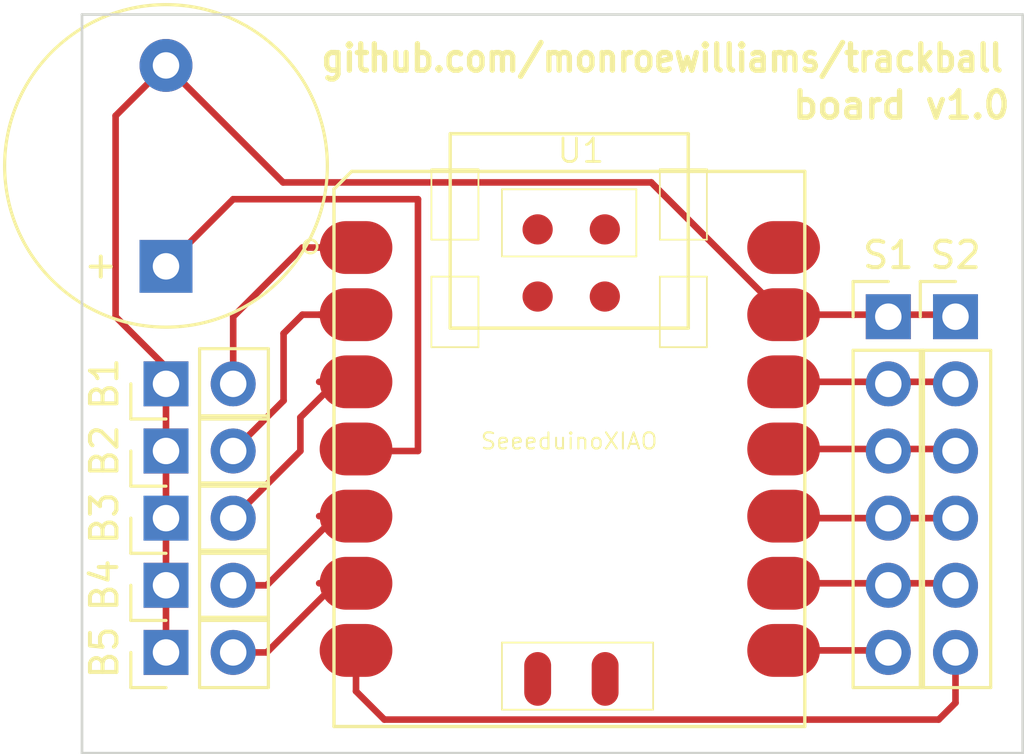
<source format=kicad_pcb>
(kicad_pcb (version 20171130) (host pcbnew "(5.1.9-0-10_14)")
  (layers (0 F.Cu signal) (31 B.Cu signal) (34 B.Paste user) (35 F.Paste user) (36 B.SilkS user) (37 F.SilkS user) (38 B.Mask user) (39 F.Mask user) (44 Edge.Cuts user))
  (net 0 "")
  (net 1 GND)
  (net 2 "Net-(LS1-Pad1)")
  (net 3 "Net-(U1-Pad14)")
  (net 4 "Net-(U1-Pad15)")
  (net 5 "Net-(U1-Pad16)")
  (net 6 "Net-(U1-Pad17)")
  (net 7 "Net-(U1-Pad18)")
  (net 8 "Net-(U1-Pad19)")
  (net 9 "Net-(U1-Pad20)")
  (net 10 "Net-(S1-Pad6)")
  (net 11 "Net-(S1-Pad5)")
  (net 12 "Net-(S1-Pad4)")
  (net 13 "Net-(S1-Pad3)")
  (net 14 "Net-(S1-Pad2)")
  (net 15 "Net-(S2-Pad6)")
  (net 16 "Net-(B1-Pad2)")
  (net 17 "Net-(B2-Pad2)")
  (net 18 "Net-(B3-Pad2)")
  (net 19 "Net-(B4-Pad2)")
  (net 20 "Net-(B5-Pad2)")
  (module Buzzer_Beeper:Buzzer_12x9.5RM7.6 (layer F.Cu) (at 110.49 73.66 90)
    (fp_text reference LS1 hide)
    (fp_text value Piezo)
    (fp_circle (center 3.8 0) (end 9.9 0) (layer F.SilkS) (width 0.12))
    (fp_text user + (at -0.01 -2.54 90) (layer F.SilkS))
    (pad 1 thru_hole rect (at 0 0 90) (size 2 2) (drill 1) (layers *.Cu *.Mask) (net 2 "Net-(LS1-Pad1)"))
    (pad 2 thru_hole circle (at 7.6 0 90) (size 2 2) (drill 1) (layers *.Cu *.Mask) (net 1 GND))
  )
  (module "Seeeduino XIAO KICAD:Seeeduino XIAO-MOUDLE14P-2.54-21X17.8MM" (layer F.Cu) (at 116.84 91.066621)
    (fp_text reference U1 (at 9.3345 -21.7805) (layer F.SilkS) (effects (font (size 0.889 0.889) (thickness 0.1016))))
    (fp_text value SeeeduinoXIAO (at 8.89 -10.795) (layer F.SilkS) (effects (font (size 0.6096 0.6096) (thickness 0.0762))))
    (fp_line (start 6.35 -17.78) (end 11.43 -17.78) (layer F.SilkS) (width 0.06604))
    (fp_line (start 11.43 -17.78) (end 11.43 -20.32) (layer F.SilkS) (width 0.06604))
    (fp_line (start 6.35 -20.32) (end 11.43 -20.32) (layer F.SilkS) (width 0.06604))
    (fp_line (start 6.35 -17.78) (end 6.35 -20.32) (layer F.SilkS) (width 0.06604))
    (fp_line (start 6.35 -0.635) (end 12.065 -0.635) (layer F.SilkS) (width 0.06604))
    (fp_line (start 12.065 -0.635) (end 12.065 -3.175) (layer F.SilkS) (width 0.06604))
    (fp_line (start 6.35 -3.175) (end 12.065 -3.175) (layer F.SilkS) (width 0.06604))
    (fp_line (start 6.35 -0.635) (end 6.35 -3.175) (layer F.SilkS) (width 0.06604))
    (fp_line (start 3.683 -18.415) (end 5.461 -18.415) (layer F.SilkS) (width 0.06604))
    (fp_line (start 5.461 -18.415) (end 5.461 -21.082) (layer F.SilkS) (width 0.06604))
    (fp_line (start 3.683 -21.082) (end 5.461 -21.082) (layer F.SilkS) (width 0.06604))
    (fp_line (start 3.683 -18.415) (end 3.683 -21.082) (layer F.SilkS) (width 0.06604))
    (fp_line (start 3.683 -14.34846) (end 5.461 -14.34846) (layer F.SilkS) (width 0.06604))
    (fp_line (start 5.461 -14.34846) (end 5.461 -17.018) (layer F.SilkS) (width 0.06604))
    (fp_line (start 3.683 -17.018) (end 5.461 -17.018) (layer F.SilkS) (width 0.06604))
    (fp_line (start 3.683 -14.34846) (end 3.683 -17.018) (layer F.SilkS) (width 0.06604))
    (fp_line (start 12.319 -14.34846) (end 14.097 -14.34846) (layer F.SilkS) (width 0.06604))
    (fp_line (start 14.097 -14.34846) (end 14.097 -17.018) (layer F.SilkS) (width 0.06604))
    (fp_line (start 12.319 -17.018) (end 14.097 -17.018) (layer F.SilkS) (width 0.06604))
    (fp_line (start 12.319 -14.34846) (end 12.319 -17.018) (layer F.SilkS) (width 0.06604))
    (fp_line (start 12.319 -18.415) (end 14.097 -18.415) (layer F.SilkS) (width 0.06604))
    (fp_line (start 14.097 -18.415) (end 14.097 -21.082) (layer F.SilkS) (width 0.06604))
    (fp_line (start 12.319 -21.082) (end 14.097 -21.082) (layer F.SilkS) (width 0.06604))
    (fp_line (start 12.319 -18.415) (end 12.319 -21.082) (layer F.SilkS) (width 0.06604))
    (fp_line (start 0 0) (end 17.79778 0) (layer F.SilkS) (width 0.127))
    (fp_line (start 17.79778 0) (end 17.79778 -20.99818) (layer F.SilkS) (width 0.127))
    (fp_line (start 17.79778 -20.99818) (end 0.67056 -20.99818) (layer F.SilkS) (width 0.127))
    (fp_line (start 0.67056 -20.99818) (end 0 -20.32762) (layer F.SilkS) (width 0.127))
    (fp_line (start 0 -20.32762) (end 0 0) (layer F.SilkS) (width 0.127))
    (fp_line (start 4.39928 -22.42312) (end 13.39342 -22.42312) (layer F.SilkS) (width 0.127))
    (fp_line (start 13.39342 -22.42312) (end 13.39342 -15.06982) (layer F.SilkS) (width 0.127))
    (fp_line (start 13.39342 -15.06982) (end 4.3942 -15.06982) (layer F.SilkS) (width 0.127))
    (fp_line (start 4.3942 -15.06982) (end 4.3942 -22.42312) (layer F.SilkS) (width 0.127))
    (fp_circle (center -0.889 -18.161) (end -0.889 -18.415) (layer F.SilkS) (width 0.1))
    (pad 14 smd oval (at 16.99768 -18.11782) (size 2.74828 1.99898) (layers F.Cu F.Paste F.Mask) (net 3 "Net-(U1-Pad14)"))
    (pad 13 smd oval (at 16.99768 -15.57782) (size 2.74828 1.99898) (layers F.Cu F.Paste F.Mask) (net 1 GND))
    (pad 12 smd oval (at 16.99768 -13.03782) (size 2.74828 1.99898) (layers F.Cu F.Paste F.Mask) (net 14 "Net-(S1-Pad2)"))
    (pad 11 smd oval (at 16.99768 -10.49782) (size 2.74828 1.99898) (layers F.Cu F.Paste F.Mask) (net 13 "Net-(S1-Pad3)"))
    (pad 10 smd oval (at 16.99768 -7.95782) (size 2.74828 1.99898) (layers F.Cu F.Paste F.Mask) (net 12 "Net-(S1-Pad4)"))
    (pad 9 smd oval (at 16.99768 -5.41782) (size 2.74828 1.99898) (layers F.Cu F.Paste F.Mask) (net 11 "Net-(S1-Pad5)"))
    (pad 8 smd oval (at 16.99768 -2.87782) (size 2.74828 1.99898) (layers F.Cu F.Paste F.Mask) (net 10 "Net-(S1-Pad6)"))
    (pad 7 smd oval (at 0.83312 -2.87782) (size 2.74828 1.99898) (layers F.Cu F.Paste F.Mask) (net 15 "Net-(S2-Pad6)"))
    (pad 6 smd oval (at 0.83312 -5.41782) (size 2.74828 1.99898) (layers F.Cu F.Paste F.Mask) (net 20 "Net-(B5-Pad2)"))
    (pad 5 smd oval (at 0.83312 -7.95782) (size 2.74828 1.99898) (layers F.Cu F.Paste F.Mask) (net 19 "Net-(B4-Pad2)"))
    (pad 4 smd oval (at 0.83312 -10.49782) (size 2.74828 1.99898) (layers F.Cu F.Paste F.Mask) (net 2 "Net-(LS1-Pad1)"))
    (pad 3 smd oval (at 0.83312 -13.03782) (size 2.74828 1.99898) (layers F.Cu F.Paste F.Mask) (net 18 "Net-(B3-Pad2)"))
    (pad 2 smd oval (at 0.83312 -15.57782) (size 2.74828 1.99898) (layers F.Cu F.Paste F.Mask) (net 17 "Net-(B2-Pad2)"))
    (pad 1 smd oval (at 0.83312 -18.11782) (size 2.74828 1.99898) (layers F.Cu F.Paste F.Mask) (net 16 "Net-(B1-Pad2)"))
    (pad 15 smd oval (at 7.7 -1.8 90) (size 2.032 1.016) (layers F.Cu F.Paste F.Mask) (net 4 "Net-(U1-Pad15)"))
    (pad 16 smd oval (at 10.25 -1.8 90) (size 2.032 1.016) (layers F.Cu F.Paste F.Mask) (net 5 "Net-(U1-Pad16)"))
    (pad 17 smd circle (at 7.698803 -18.804187 90) (size 1.143 1.143) (layers F.Cu F.Paste F.Mask) (net 6 "Net-(U1-Pad17)"))
    (pad 18 smd circle (at 10.238803 -18.804187 90) (size 1.143 1.143) (layers F.Cu F.Paste F.Mask) (net 7 "Net-(U1-Pad18)"))
    (pad 19 smd circle (at 7.698803 -16.264187 90) (size 1.143 1.143) (layers F.Cu F.Paste F.Mask) (net 8 "Net-(U1-Pad19)"))
    (pad 20 smd circle (at 10.238803 -16.264187 90) (size 1.143 1.143) (layers F.Cu F.Paste F.Mask) (net 9 "Net-(U1-Pad20)"))
  )
  (module Connector_PinHeader_2.54mm:PinHeader_1x06_P2.54mm_Vertical (layer F.Cu) (at 137.795 75.565)
    (fp_text reference S1 (at 0 -2.33) (layer F.SilkS))
    (fp_text value Conn_01x06 hide)
    (fp_line (start -1.33 14.03) (end 1.33 14.03) (layer F.SilkS) (width 0.12))
    (fp_line (start -1.33 1.27) (end -1.33 14.03) (layer F.SilkS) (width 0.12))
    (fp_line (start 1.33 1.27) (end 1.33 14.03) (layer F.SilkS) (width 0.12))
    (fp_line (start -1.33 1.27) (end 1.33 1.27) (layer F.SilkS) (width 0.12))
    (fp_line (start -1.33 0) (end -1.33 -1.33) (layer F.SilkS) (width 0.12))
    (fp_line (start -1.33 -1.33) (end 0 -1.33) (layer F.SilkS) (width 0.12))
    (pad 6 thru_hole oval (at 0 12.7) (size 1.7 1.7) (drill 1) (layers *.Cu *.Mask) (net 10 "Net-(S1-Pad6)"))
    (pad 5 thru_hole oval (at 0 10.16) (size 1.7 1.7) (drill 1) (layers *.Cu *.Mask) (net 11 "Net-(S1-Pad5)"))
    (pad 4 thru_hole oval (at 0 7.62) (size 1.7 1.7) (drill 1) (layers *.Cu *.Mask) (net 12 "Net-(S1-Pad4)"))
    (pad 3 thru_hole oval (at 0 5.08) (size 1.7 1.7) (drill 1) (layers *.Cu *.Mask) (net 13 "Net-(S1-Pad3)"))
    (pad 2 thru_hole oval (at 0 2.54) (size 1.7 1.7) (drill 1) (layers *.Cu *.Mask) (net 14 "Net-(S1-Pad2)"))
    (pad 1 thru_hole rect (at 0 0) (size 1.7 1.7) (drill 1) (layers *.Cu *.Mask) (net 1 GND))
  )
  (module Connector_PinHeader_2.54mm:PinHeader_1x02_P2.54mm_Vertical (layer F.Cu) (at 110.49 78.105 90)
    (fp_text reference B1 (at 0 -2.33 270) (layer F.SilkS))
    (fp_text value Conn_01x02 hide)
    (fp_line (start -1.33 -1.33) (end 0 -1.33) (layer F.SilkS) (width 0.12))
    (fp_line (start -1.33 0) (end -1.33 -1.33) (layer F.SilkS) (width 0.12))
    (fp_line (start -1.33 1.27) (end 1.33 1.27) (layer F.SilkS) (width 0.12))
    (fp_line (start 1.33 1.27) (end 1.33 3.87) (layer F.SilkS) (width 0.12))
    (fp_line (start -1.33 1.27) (end -1.33 3.87) (layer F.SilkS) (width 0.12))
    (fp_line (start -1.33 3.87) (end 1.33 3.87) (layer F.SilkS) (width 0.12))
    (pad 1 thru_hole rect (at 0 0 90) (size 1.7 1.7) (drill 1) (layers *.Cu *.Mask) (net 1 GND))
    (pad 2 thru_hole oval (at 0 2.54 90) (size 1.7 1.7) (drill 1) (layers *.Cu *.Mask) (net 16 "Net-(B1-Pad2)"))
  )
  (module Connector_PinHeader_2.54mm:PinHeader_1x02_P2.54mm_Vertical (layer F.Cu) (at 110.49 80.645 90)
    (fp_text reference B2 (at 0 -2.33 90) (layer F.SilkS))
    (fp_text value Conn_01x02 hide)
    (fp_line (start -1.33 3.87) (end 1.33 3.87) (layer F.SilkS) (width 0.12))
    (fp_line (start -1.33 1.27) (end -1.33 3.87) (layer F.SilkS) (width 0.12))
    (fp_line (start 1.33 1.27) (end 1.33 3.87) (layer F.SilkS) (width 0.12))
    (fp_line (start -1.33 1.27) (end 1.33 1.27) (layer F.SilkS) (width 0.12))
    (fp_line (start -1.33 0) (end -1.33 -1.33) (layer F.SilkS) (width 0.12))
    (fp_line (start -1.33 -1.33) (end 0 -1.33) (layer F.SilkS) (width 0.12))
    (pad 2 thru_hole oval (at 0 2.54 90) (size 1.7 1.7) (drill 1) (layers *.Cu *.Mask) (net 17 "Net-(B2-Pad2)"))
    (pad 1 thru_hole rect (at 0 0 90) (size 1.7 1.7) (drill 1) (layers *.Cu *.Mask) (net 1 GND))
  )
  (module Connector_PinHeader_2.54mm:PinHeader_1x02_P2.54mm_Vertical (layer F.Cu) (at 110.49 83.185 90)
    (fp_text reference B3 (at 0 -2.33 90) (layer F.SilkS))
    (fp_text value Conn_01x02 hide)
    (fp_line (start -1.33 -1.33) (end 0 -1.33) (layer F.SilkS) (width 0.12))
    (fp_line (start -1.33 0) (end -1.33 -1.33) (layer F.SilkS) (width 0.12))
    (fp_line (start -1.33 1.27) (end 1.33 1.27) (layer F.SilkS) (width 0.12))
    (fp_line (start 1.33 1.27) (end 1.33 3.87) (layer F.SilkS) (width 0.12))
    (fp_line (start -1.33 1.27) (end -1.33 3.87) (layer F.SilkS) (width 0.12))
    (fp_line (start -1.33 3.87) (end 1.33 3.87) (layer F.SilkS) (width 0.12))
    (pad 1 thru_hole rect (at 0 0 90) (size 1.7 1.7) (drill 1) (layers *.Cu *.Mask) (net 1 GND))
    (pad 2 thru_hole oval (at 0 2.54 90) (size 1.7 1.7) (drill 1) (layers *.Cu *.Mask) (net 18 "Net-(B3-Pad2)"))
  )
  (module Connector_PinHeader_2.54mm:PinHeader_1x02_P2.54mm_Vertical (layer F.Cu) (at 110.49 85.725 90)
    (fp_text reference B4 (at 0 -2.33 90) (layer F.SilkS))
    (fp_text value Conn_01x02 hide)
    (fp_line (start -1.33 3.87) (end 1.33 3.87) (layer F.SilkS) (width 0.12))
    (fp_line (start -1.33 1.27) (end -1.33 3.87) (layer F.SilkS) (width 0.12))
    (fp_line (start 1.33 1.27) (end 1.33 3.87) (layer F.SilkS) (width 0.12))
    (fp_line (start -1.33 1.27) (end 1.33 1.27) (layer F.SilkS) (width 0.12))
    (fp_line (start -1.33 0) (end -1.33 -1.33) (layer F.SilkS) (width 0.12))
    (fp_line (start -1.33 -1.33) (end 0 -1.33) (layer F.SilkS) (width 0.12))
    (pad 2 thru_hole oval (at 0 2.54 90) (size 1.7 1.7) (drill 1) (layers *.Cu *.Mask) (net 19 "Net-(B4-Pad2)"))
    (pad 1 thru_hole rect (at 0 0 90) (size 1.7 1.7) (drill 1) (layers *.Cu *.Mask) (net 1 GND))
  )
  (module Connector_PinHeader_2.54mm:PinHeader_1x02_P2.54mm_Vertical (layer F.Cu) (at 110.49 88.265 90)
    (fp_text reference B5 (at 0 -2.33 90) (layer F.SilkS))
    (fp_text value Conn_01x02 hide)
    (fp_line (start -1.33 -1.33) (end 0 -1.33) (layer F.SilkS) (width 0.12))
    (fp_line (start -1.33 0) (end -1.33 -1.33) (layer F.SilkS) (width 0.12))
    (fp_line (start -1.33 1.27) (end 1.33 1.27) (layer F.SilkS) (width 0.12))
    (fp_line (start 1.33 1.27) (end 1.33 3.87) (layer F.SilkS) (width 0.12))
    (fp_line (start -1.33 1.27) (end -1.33 3.87) (layer F.SilkS) (width 0.12))
    (fp_line (start -1.33 3.87) (end 1.33 3.87) (layer F.SilkS) (width 0.12))
    (pad 1 thru_hole rect (at 0 0 90) (size 1.7 1.7) (drill 1) (layers *.Cu *.Mask) (net 1 GND))
    (pad 2 thru_hole oval (at 0 2.54 90) (size 1.7 1.7) (drill 1) (layers *.Cu *.Mask) (net 20 "Net-(B5-Pad2)"))
  )
  (module Connector_PinHeader_2.54mm:PinHeader_1x06_P2.54mm_Vertical (layer F.Cu) (at 140.335 75.565)
    (fp_text reference S2 (at 0 -2.33) (layer F.SilkS))
    (fp_text value Conn_01x06 hide)
    (fp_line (start -1.33 -1.33) (end 0 -1.33) (layer F.SilkS) (width 0.12))
    (fp_line (start -1.33 0) (end -1.33 -1.33) (layer F.SilkS) (width 0.12))
    (fp_line (start -1.33 1.27) (end 1.33 1.27) (layer F.SilkS) (width 0.12))
    (fp_line (start 1.33 1.27) (end 1.33 14.03) (layer F.SilkS) (width 0.12))
    (fp_line (start -1.33 1.27) (end -1.33 14.03) (layer F.SilkS) (width 0.12))
    (fp_line (start -1.33 14.03) (end 1.33 14.03) (layer F.SilkS) (width 0.12))
    (pad 1 thru_hole rect (at 0 0) (size 1.7 1.7) (drill 1) (layers *.Cu *.Mask) (net 1 GND))
    (pad 2 thru_hole oval (at 0 2.54) (size 1.7 1.7) (drill 1) (layers *.Cu *.Mask) (net 14 "Net-(S1-Pad2)"))
    (pad 3 thru_hole oval (at 0 5.08) (size 1.7 1.7) (drill 1) (layers *.Cu *.Mask) (net 13 "Net-(S1-Pad3)"))
    (pad 4 thru_hole oval (at 0 7.62) (size 1.7 1.7) (drill 1) (layers *.Cu *.Mask) (net 12 "Net-(S1-Pad4)"))
    (pad 5 thru_hole oval (at 0 10.16) (size 1.7 1.7) (drill 1) (layers *.Cu *.Mask) (net 11 "Net-(S1-Pad5)"))
    (pad 6 thru_hole oval (at 0 12.7) (size 1.7 1.7) (drill 1) (layers *.Cu *.Mask) (net 15 "Net-(S2-Pad6)"))
  )
  (gr_text "board v1.0" (at 142.494 67.564) (layer F.SilkS) (effects (font (size 1 1) (thickness 0.2)) (justify right)))
  (gr_text github.com/monroewilliams/trackball (at 142.24 65.786) (layer F.SilkS) (effects (font (size 1 0.9) (thickness 0.2)) (justify right)))
  (gr_line (start 142.875 64.135) (end 142.875 92.075) (layer Edge.Cuts) (width 0.1))
  (gr_line (start 107.315 64.135) (end 142.875 64.135) (layer Edge.Cuts) (width 0.1))
  (gr_line (start 107.315 92.075) (end 107.315 64.135) (layer Edge.Cuts) (width 0.1))
  (gr_line (start 142.875 92.075) (end 107.315 92.075) (layer Edge.Cuts) (width 0.1))
  (segment (start 140.258801 75.488801) (end 140.335 75.565) (width 0.25) (layer F.Cu) (net 1))
  (segment (start 133.83768 75.488801) (end 140.258801 75.488801) (width 0.25) (layer F.Cu) (net 1))
  (segment (start 110.49 88.265) (end 110.49 78.105) (width 0.25) (layer F.Cu) (net 1))
  (segment (start 128.833879 70.485) (end 133.83768 75.488801) (width 0.25) (layer F.Cu) (net 1))
  (segment (start 114.915 70.485) (end 128.833879 70.485) (width 0.25) (layer F.Cu) (net 1))
  (segment (start 110.49 66.06) (end 114.915 70.485) (width 0.25) (layer F.Cu) (net 1))
  (segment (start 110.49 78.105) (end 110.49 77.47) (width 0.25) (layer F.Cu) (net 1))
  (segment (start 110.49 77.47) (end 108.585 75.565) (width 0.25) (layer F.Cu) (net 1))
  (segment (start 108.585 67.965) (end 110.49 66.06) (width 0.25) (layer F.Cu) (net 1))
  (segment (start 108.585 75.565) (end 108.585 67.965) (width 0.25) (layer F.Cu) (net 1))
  (segment (start 110.49 73.66) (end 113.03 71.12) (width 0.25) (layer F.Cu) (net 2))
  (segment (start 113.03 71.12) (end 120.015 71.12) (width 0.25) (layer F.Cu) (net 2))
  (segment (start 120.015 71.12) (end 120.015 80.645) (width 0.25) (layer F.Cu) (net 2))
  (segment (start 117.749319 80.645) (end 117.67312 80.568801) (width 0.25) (layer F.Cu) (net 2))
  (segment (start 120.015 80.645) (end 117.749319 80.645) (width 0.25) (layer F.Cu) (net 2))
  (segment (start 137.718801 88.188801) (end 137.795 88.265) (width 0.25) (layer F.Cu) (net 10))
  (segment (start 133.83768 88.188801) (end 137.718801 88.188801) (width 0.25) (layer F.Cu) (net 10))
  (segment (start 139.623801 85.648801) (end 139.7 85.725) (width 0.25) (layer F.Cu) (net 11))
  (segment (start 140.258801 85.648801) (end 140.335 85.725) (width 0.25) (layer F.Cu) (net 11))
  (segment (start 133.83768 85.648801) (end 140.258801 85.648801) (width 0.25) (layer F.Cu) (net 11))
  (segment (start 139.623801 83.108801) (end 139.7 83.185) (width 0.25) (layer F.Cu) (net 12))
  (segment (start 133.83768 83.108801) (end 133.908801 83.108801) (width 0.25) (layer F.Cu) (net 12))
  (segment (start 133.985 83.185) (end 140.335 83.185) (width 0.25) (layer F.Cu) (net 12))
  (segment (start 133.908801 83.108801) (end 133.985 83.185) (width 0.25) (layer F.Cu) (net 12))
  (segment (start 139.623801 80.568801) (end 139.7 80.645) (width 0.25) (layer F.Cu) (net 13))
  (segment (start 140.258801 80.568801) (end 140.335 80.645) (width 0.25) (layer F.Cu) (net 13))
  (segment (start 133.83768 80.568801) (end 140.258801 80.568801) (width 0.25) (layer F.Cu) (net 13))
  (segment (start 139.623801 78.028801) (end 139.7 78.105) (width 0.25) (layer F.Cu) (net 14))
  (segment (start 140.258801 78.028801) (end 140.335 78.105) (width 0.25) (layer F.Cu) (net 14))
  (segment (start 133.83768 78.028801) (end 140.258801 78.028801) (width 0.25) (layer F.Cu) (net 14))
  (segment (start 139.623801 88.188801) (end 139.7 88.265) (width 0.25) (layer F.Cu) (net 15))
  (segment (start 117.67312 88.188801) (end 117.67312 88.46312) (width 0.25) (layer F.Cu) (net 15))
  (segment (start 117.67312 88.188801) (end 117.67312 89.73312) (width 0.25) (layer F.Cu) (net 15))
  (segment (start 117.67312 89.73312) (end 118.745 90.805) (width 0.25) (layer F.Cu) (net 15))
  (segment (start 140.335 90.17) (end 139.7 90.805) (width 0.25) (layer F.Cu) (net 15))
  (segment (start 140.335 88.265) (end 140.335 90.17) (width 0.25) (layer F.Cu) (net 15))
  (segment (start 118.745 90.805) (end 139.7 90.805) (width 0.25) (layer F.Cu) (net 15))
  (segment (start 117.67312 72.948801) (end 116.281199 72.948801) (width 0.25) (layer F.Cu) (net 16))
  (segment (start 117.67312 72.948801) (end 115.646199 72.948801) (width 0.25) (layer F.Cu) (net 16))
  (segment (start 113.03 75.565) (end 113.03 78.105) (width 0.25) (layer F.Cu) (net 16))
  (segment (start 115.646199 72.948801) (end 113.03 75.565) (width 0.25) (layer F.Cu) (net 16))
  (segment (start 117.67312 75.488801) (end 116.281199 75.488801) (width 0.25) (layer F.Cu) (net 17))
  (segment (start 117.67312 75.488801) (end 115.646199 75.488801) (width 0.25) (layer F.Cu) (net 17))
  (segment (start 115.646199 75.488801) (end 114.935 76.2) (width 0.25) (layer F.Cu) (net 17))
  (segment (start 114.935 78.74) (end 113.03 80.645) (width 0.25) (layer F.Cu) (net 17))
  (segment (start 114.935 76.2) (end 114.935 78.74) (width 0.25) (layer F.Cu) (net 17))
  (segment (start 117.67312 78.028801) (end 116.281199 78.028801) (width 0.25) (layer F.Cu) (net 18))
  (segment (start 117.67312 78.028801) (end 116.916199 78.028801) (width 0.25) (layer F.Cu) (net 18))
  (segment (start 116.916199 78.028801) (end 115.57 79.375) (width 0.25) (layer F.Cu) (net 18))
  (segment (start 115.57 80.645) (end 113.03 83.185) (width 0.25) (layer F.Cu) (net 18))
  (segment (start 115.57 79.375) (end 115.57 80.645) (width 0.25) (layer F.Cu) (net 18))
  (segment (start 116.281199 83.108801) (end 117.67312 83.108801) (width 0.25) (layer F.Cu) (net 19))
  (segment (start 116.916199 83.108801) (end 117.67312 83.108801) (width 0.25) (layer F.Cu) (net 19))
  (segment (start 114.3 85.725) (end 116.916199 83.108801) (width 0.25) (layer F.Cu) (net 19))
  (segment (start 113.03 85.725) (end 114.3 85.725) (width 0.25) (layer F.Cu) (net 19))
  (segment (start 116.281199 85.648801) (end 117.67312 85.648801) (width 0.25) (layer F.Cu) (net 20))
  (segment (start 113.03 88.265) (end 114.3 88.265) (width 0.25) (layer F.Cu) (net 20))
  (segment (start 116.916199 85.648801) (end 117.67312 85.648801) (width 0.25) (layer F.Cu) (net 20))
  (segment (start 114.3 88.265) (end 116.916199 85.648801) (width 0.25) (layer F.Cu) (net 20))
)
</source>
